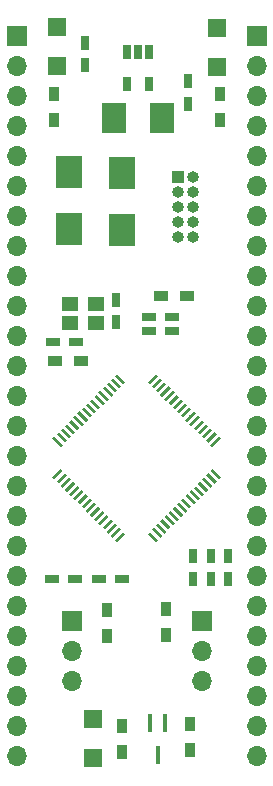
<source format=gbr>
G04 #@! TF.GenerationSoftware,KiCad,Pcbnew,5.0.2-bee76a0~70~ubuntu18.04.1*
G04 #@! TF.CreationDate,2019-01-02T21:11:22-05:00*
G04 #@! TF.ProjectId,stm32 prototype,73746d33-3220-4707-926f-746f74797065,rev?*
G04 #@! TF.SameCoordinates,Original*
G04 #@! TF.FileFunction,Soldermask,Top*
G04 #@! TF.FilePolarity,Negative*
%FSLAX46Y46*%
G04 Gerber Fmt 4.6, Leading zero omitted, Abs format (unit mm)*
G04 Created by KiCad (PCBNEW 5.0.2-bee76a0~70~ubuntu18.04.1) date Wed 02 Jan 2019 09:11:22 PM EST*
%MOMM*%
%LPD*%
G01*
G04 APERTURE LIST*
%ADD10O,1.700000X1.700000*%
%ADD11R,1.700000X1.700000*%
%ADD12C,0.250000*%
%ADD13C,0.100000*%
%ADD14R,1.500000X1.500000*%
%ADD15R,0.740000X1.190000*%
%ADD16R,1.400000X1.150000*%
%ADD17R,0.750000X1.200000*%
%ADD18R,1.200000X0.750000*%
%ADD19R,2.000000X2.500000*%
%ADD20R,0.450000X1.500000*%
%ADD21R,0.900000X1.200000*%
%ADD22R,1.200000X0.900000*%
%ADD23O,1.000000X1.000000*%
%ADD24R,1.000000X1.000000*%
%ADD25R,2.200000X2.800000*%
G04 APERTURE END LIST*
D10*
G04 #@! TO.C,J1*
X182880000Y-106680000D03*
X182880000Y-104140000D03*
X182880000Y-101600000D03*
X182880000Y-99060000D03*
X182880000Y-96520000D03*
X182880000Y-93980000D03*
X182880000Y-91440000D03*
X182880000Y-88900000D03*
X182880000Y-86360000D03*
X182880000Y-83820000D03*
X182880000Y-81280000D03*
X182880000Y-78740000D03*
X182880000Y-76200000D03*
X182880000Y-73660000D03*
X182880000Y-71120000D03*
X182880000Y-68580000D03*
X182880000Y-66040000D03*
X182880000Y-63500000D03*
X182880000Y-60960000D03*
X182880000Y-58420000D03*
X182880000Y-55880000D03*
X182880000Y-53340000D03*
X182880000Y-50800000D03*
X182880000Y-48260000D03*
D11*
X182880000Y-45720000D03*
G04 #@! TD*
G04 #@! TO.C,J1*
X182880000Y-45720000D03*
D10*
X182880000Y-48260000D03*
X182880000Y-50800000D03*
X182880000Y-53340000D03*
X182880000Y-55880000D03*
X182880000Y-58420000D03*
X182880000Y-60960000D03*
X182880000Y-63500000D03*
X182880000Y-66040000D03*
X182880000Y-68580000D03*
X182880000Y-71120000D03*
X182880000Y-73660000D03*
X182880000Y-76200000D03*
X182880000Y-78740000D03*
X182880000Y-81280000D03*
X182880000Y-83820000D03*
X182880000Y-86360000D03*
X182880000Y-88900000D03*
X182880000Y-91440000D03*
X182880000Y-93980000D03*
X182880000Y-96520000D03*
X182880000Y-99060000D03*
X182880000Y-101600000D03*
X182880000Y-104140000D03*
X182880000Y-106680000D03*
G04 #@! TD*
D12*
G04 #@! TO.C,U1*
X174098858Y-74767841D03*
D13*
G36*
X173833693Y-75209783D02*
X173656916Y-75033006D01*
X174364023Y-74325899D01*
X174540800Y-74502676D01*
X173833693Y-75209783D01*
X173833693Y-75209783D01*
G37*
D12*
X174452412Y-75121394D03*
D13*
G36*
X174187247Y-75563336D02*
X174010470Y-75386559D01*
X174717577Y-74679452D01*
X174894354Y-74856229D01*
X174187247Y-75563336D01*
X174187247Y-75563336D01*
G37*
D12*
X174805965Y-75474948D03*
D13*
G36*
X174540800Y-75916890D02*
X174364023Y-75740113D01*
X175071130Y-75033006D01*
X175247907Y-75209783D01*
X174540800Y-75916890D01*
X174540800Y-75916890D01*
G37*
D12*
X175159518Y-75828501D03*
D13*
G36*
X174894353Y-76270443D02*
X174717576Y-76093666D01*
X175424683Y-75386559D01*
X175601460Y-75563336D01*
X174894353Y-76270443D01*
X174894353Y-76270443D01*
G37*
D12*
X175513072Y-76182054D03*
D13*
G36*
X175247907Y-76623996D02*
X175071130Y-76447219D01*
X175778237Y-75740112D01*
X175955014Y-75916889D01*
X175247907Y-76623996D01*
X175247907Y-76623996D01*
G37*
D12*
X175866625Y-76535608D03*
D13*
G36*
X175601460Y-76977550D02*
X175424683Y-76800773D01*
X176131790Y-76093666D01*
X176308567Y-76270443D01*
X175601460Y-76977550D01*
X175601460Y-76977550D01*
G37*
D12*
X176220179Y-76889161D03*
D13*
G36*
X175955014Y-77331103D02*
X175778237Y-77154326D01*
X176485344Y-76447219D01*
X176662121Y-76623996D01*
X175955014Y-77331103D01*
X175955014Y-77331103D01*
G37*
D12*
X176573732Y-77242715D03*
D13*
G36*
X176308567Y-77684657D02*
X176131790Y-77507880D01*
X176838897Y-76800773D01*
X177015674Y-76977550D01*
X176308567Y-77684657D01*
X176308567Y-77684657D01*
G37*
D12*
X176927285Y-77596268D03*
D13*
G36*
X176662120Y-78038210D02*
X176485343Y-77861433D01*
X177192450Y-77154326D01*
X177369227Y-77331103D01*
X176662120Y-78038210D01*
X176662120Y-78038210D01*
G37*
D12*
X177280839Y-77949821D03*
D13*
G36*
X177015674Y-78391763D02*
X176838897Y-78214986D01*
X177546004Y-77507879D01*
X177722781Y-77684656D01*
X177015674Y-78391763D01*
X177015674Y-78391763D01*
G37*
D12*
X177634392Y-78303375D03*
D13*
G36*
X177369227Y-78745317D02*
X177192450Y-78568540D01*
X177899557Y-77861433D01*
X178076334Y-78038210D01*
X177369227Y-78745317D01*
X177369227Y-78745317D01*
G37*
D12*
X177987946Y-78656928D03*
D13*
G36*
X177722781Y-79098870D02*
X177546004Y-78922093D01*
X178253111Y-78214986D01*
X178429888Y-78391763D01*
X177722781Y-79098870D01*
X177722781Y-79098870D01*
G37*
D12*
X178341499Y-79010482D03*
D13*
G36*
X178076334Y-79452424D02*
X177899557Y-79275647D01*
X178606664Y-78568540D01*
X178783441Y-78745317D01*
X178076334Y-79452424D01*
X178076334Y-79452424D01*
G37*
D12*
X178695052Y-79364035D03*
D13*
G36*
X178429887Y-79805977D02*
X178253110Y-79629200D01*
X178960217Y-78922093D01*
X179136994Y-79098870D01*
X178429887Y-79805977D01*
X178429887Y-79805977D01*
G37*
D12*
X179048606Y-79717588D03*
D13*
G36*
X178783441Y-80159530D02*
X178606664Y-79982753D01*
X179313771Y-79275646D01*
X179490548Y-79452423D01*
X178783441Y-80159530D01*
X178783441Y-80159530D01*
G37*
D12*
X179402159Y-80071142D03*
D13*
G36*
X179136994Y-80513084D02*
X178960217Y-80336307D01*
X179667324Y-79629200D01*
X179844101Y-79805977D01*
X179136994Y-80513084D01*
X179136994Y-80513084D01*
G37*
D12*
X179402159Y-82828858D03*
D13*
G36*
X178960217Y-82563693D02*
X179136994Y-82386916D01*
X179844101Y-83094023D01*
X179667324Y-83270800D01*
X178960217Y-82563693D01*
X178960217Y-82563693D01*
G37*
D12*
X179048606Y-83182412D03*
D13*
G36*
X178606664Y-82917247D02*
X178783441Y-82740470D01*
X179490548Y-83447577D01*
X179313771Y-83624354D01*
X178606664Y-82917247D01*
X178606664Y-82917247D01*
G37*
D12*
X178695052Y-83535965D03*
D13*
G36*
X178253110Y-83270800D02*
X178429887Y-83094023D01*
X179136994Y-83801130D01*
X178960217Y-83977907D01*
X178253110Y-83270800D01*
X178253110Y-83270800D01*
G37*
D12*
X178341499Y-83889518D03*
D13*
G36*
X177899557Y-83624353D02*
X178076334Y-83447576D01*
X178783441Y-84154683D01*
X178606664Y-84331460D01*
X177899557Y-83624353D01*
X177899557Y-83624353D01*
G37*
D12*
X177987946Y-84243072D03*
D13*
G36*
X177546004Y-83977907D02*
X177722781Y-83801130D01*
X178429888Y-84508237D01*
X178253111Y-84685014D01*
X177546004Y-83977907D01*
X177546004Y-83977907D01*
G37*
D12*
X177634392Y-84596625D03*
D13*
G36*
X177192450Y-84331460D02*
X177369227Y-84154683D01*
X178076334Y-84861790D01*
X177899557Y-85038567D01*
X177192450Y-84331460D01*
X177192450Y-84331460D01*
G37*
D12*
X177280839Y-84950179D03*
D13*
G36*
X176838897Y-84685014D02*
X177015674Y-84508237D01*
X177722781Y-85215344D01*
X177546004Y-85392121D01*
X176838897Y-84685014D01*
X176838897Y-84685014D01*
G37*
D12*
X176927285Y-85303732D03*
D13*
G36*
X176485343Y-85038567D02*
X176662120Y-84861790D01*
X177369227Y-85568897D01*
X177192450Y-85745674D01*
X176485343Y-85038567D01*
X176485343Y-85038567D01*
G37*
D12*
X176573732Y-85657285D03*
D13*
G36*
X176131790Y-85392120D02*
X176308567Y-85215343D01*
X177015674Y-85922450D01*
X176838897Y-86099227D01*
X176131790Y-85392120D01*
X176131790Y-85392120D01*
G37*
D12*
X176220179Y-86010839D03*
D13*
G36*
X175778237Y-85745674D02*
X175955014Y-85568897D01*
X176662121Y-86276004D01*
X176485344Y-86452781D01*
X175778237Y-85745674D01*
X175778237Y-85745674D01*
G37*
D12*
X175866625Y-86364392D03*
D13*
G36*
X175424683Y-86099227D02*
X175601460Y-85922450D01*
X176308567Y-86629557D01*
X176131790Y-86806334D01*
X175424683Y-86099227D01*
X175424683Y-86099227D01*
G37*
D12*
X175513072Y-86717946D03*
D13*
G36*
X175071130Y-86452781D02*
X175247907Y-86276004D01*
X175955014Y-86983111D01*
X175778237Y-87159888D01*
X175071130Y-86452781D01*
X175071130Y-86452781D01*
G37*
D12*
X175159518Y-87071499D03*
D13*
G36*
X174717576Y-86806334D02*
X174894353Y-86629557D01*
X175601460Y-87336664D01*
X175424683Y-87513441D01*
X174717576Y-86806334D01*
X174717576Y-86806334D01*
G37*
D12*
X174805965Y-87425052D03*
D13*
G36*
X174364023Y-87159887D02*
X174540800Y-86983110D01*
X175247907Y-87690217D01*
X175071130Y-87866994D01*
X174364023Y-87159887D01*
X174364023Y-87159887D01*
G37*
D12*
X174452412Y-87778606D03*
D13*
G36*
X174010470Y-87513441D02*
X174187247Y-87336664D01*
X174894354Y-88043771D01*
X174717577Y-88220548D01*
X174010470Y-87513441D01*
X174010470Y-87513441D01*
G37*
D12*
X174098858Y-88132159D03*
D13*
G36*
X173656916Y-87866994D02*
X173833693Y-87690217D01*
X174540800Y-88397324D01*
X174364023Y-88574101D01*
X173656916Y-87866994D01*
X173656916Y-87866994D01*
G37*
D12*
X171341142Y-88132159D03*
D13*
G36*
X171075977Y-88574101D02*
X170899200Y-88397324D01*
X171606307Y-87690217D01*
X171783084Y-87866994D01*
X171075977Y-88574101D01*
X171075977Y-88574101D01*
G37*
D12*
X170987588Y-87778606D03*
D13*
G36*
X170722423Y-88220548D02*
X170545646Y-88043771D01*
X171252753Y-87336664D01*
X171429530Y-87513441D01*
X170722423Y-88220548D01*
X170722423Y-88220548D01*
G37*
D12*
X170634035Y-87425052D03*
D13*
G36*
X170368870Y-87866994D02*
X170192093Y-87690217D01*
X170899200Y-86983110D01*
X171075977Y-87159887D01*
X170368870Y-87866994D01*
X170368870Y-87866994D01*
G37*
D12*
X170280482Y-87071499D03*
D13*
G36*
X170015317Y-87513441D02*
X169838540Y-87336664D01*
X170545647Y-86629557D01*
X170722424Y-86806334D01*
X170015317Y-87513441D01*
X170015317Y-87513441D01*
G37*
D12*
X169926928Y-86717946D03*
D13*
G36*
X169661763Y-87159888D02*
X169484986Y-86983111D01*
X170192093Y-86276004D01*
X170368870Y-86452781D01*
X169661763Y-87159888D01*
X169661763Y-87159888D01*
G37*
D12*
X169573375Y-86364392D03*
D13*
G36*
X169308210Y-86806334D02*
X169131433Y-86629557D01*
X169838540Y-85922450D01*
X170015317Y-86099227D01*
X169308210Y-86806334D01*
X169308210Y-86806334D01*
G37*
D12*
X169219821Y-86010839D03*
D13*
G36*
X168954656Y-86452781D02*
X168777879Y-86276004D01*
X169484986Y-85568897D01*
X169661763Y-85745674D01*
X168954656Y-86452781D01*
X168954656Y-86452781D01*
G37*
D12*
X168866268Y-85657285D03*
D13*
G36*
X168601103Y-86099227D02*
X168424326Y-85922450D01*
X169131433Y-85215343D01*
X169308210Y-85392120D01*
X168601103Y-86099227D01*
X168601103Y-86099227D01*
G37*
D12*
X168512715Y-85303732D03*
D13*
G36*
X168247550Y-85745674D02*
X168070773Y-85568897D01*
X168777880Y-84861790D01*
X168954657Y-85038567D01*
X168247550Y-85745674D01*
X168247550Y-85745674D01*
G37*
D12*
X168159161Y-84950179D03*
D13*
G36*
X167893996Y-85392121D02*
X167717219Y-85215344D01*
X168424326Y-84508237D01*
X168601103Y-84685014D01*
X167893996Y-85392121D01*
X167893996Y-85392121D01*
G37*
D12*
X167805608Y-84596625D03*
D13*
G36*
X167540443Y-85038567D02*
X167363666Y-84861790D01*
X168070773Y-84154683D01*
X168247550Y-84331460D01*
X167540443Y-85038567D01*
X167540443Y-85038567D01*
G37*
D12*
X167452054Y-84243072D03*
D13*
G36*
X167186889Y-84685014D02*
X167010112Y-84508237D01*
X167717219Y-83801130D01*
X167893996Y-83977907D01*
X167186889Y-84685014D01*
X167186889Y-84685014D01*
G37*
D12*
X167098501Y-83889518D03*
D13*
G36*
X166833336Y-84331460D02*
X166656559Y-84154683D01*
X167363666Y-83447576D01*
X167540443Y-83624353D01*
X166833336Y-84331460D01*
X166833336Y-84331460D01*
G37*
D12*
X166744948Y-83535965D03*
D13*
G36*
X166479783Y-83977907D02*
X166303006Y-83801130D01*
X167010113Y-83094023D01*
X167186890Y-83270800D01*
X166479783Y-83977907D01*
X166479783Y-83977907D01*
G37*
D12*
X166391394Y-83182412D03*
D13*
G36*
X166126229Y-83624354D02*
X165949452Y-83447577D01*
X166656559Y-82740470D01*
X166833336Y-82917247D01*
X166126229Y-83624354D01*
X166126229Y-83624354D01*
G37*
D12*
X166037841Y-82828858D03*
D13*
G36*
X165772676Y-83270800D02*
X165595899Y-83094023D01*
X166303006Y-82386916D01*
X166479783Y-82563693D01*
X165772676Y-83270800D01*
X165772676Y-83270800D01*
G37*
D12*
X166037841Y-80071142D03*
D13*
G36*
X165595899Y-79805977D02*
X165772676Y-79629200D01*
X166479783Y-80336307D01*
X166303006Y-80513084D01*
X165595899Y-79805977D01*
X165595899Y-79805977D01*
G37*
D12*
X166391394Y-79717588D03*
D13*
G36*
X165949452Y-79452423D02*
X166126229Y-79275646D01*
X166833336Y-79982753D01*
X166656559Y-80159530D01*
X165949452Y-79452423D01*
X165949452Y-79452423D01*
G37*
D12*
X166744948Y-79364035D03*
D13*
G36*
X166303006Y-79098870D02*
X166479783Y-78922093D01*
X167186890Y-79629200D01*
X167010113Y-79805977D01*
X166303006Y-79098870D01*
X166303006Y-79098870D01*
G37*
D12*
X167098501Y-79010482D03*
D13*
G36*
X166656559Y-78745317D02*
X166833336Y-78568540D01*
X167540443Y-79275647D01*
X167363666Y-79452424D01*
X166656559Y-78745317D01*
X166656559Y-78745317D01*
G37*
D12*
X167452054Y-78656928D03*
D13*
G36*
X167010112Y-78391763D02*
X167186889Y-78214986D01*
X167893996Y-78922093D01*
X167717219Y-79098870D01*
X167010112Y-78391763D01*
X167010112Y-78391763D01*
G37*
D12*
X167805608Y-78303375D03*
D13*
G36*
X167363666Y-78038210D02*
X167540443Y-77861433D01*
X168247550Y-78568540D01*
X168070773Y-78745317D01*
X167363666Y-78038210D01*
X167363666Y-78038210D01*
G37*
D12*
X168159161Y-77949821D03*
D13*
G36*
X167717219Y-77684656D02*
X167893996Y-77507879D01*
X168601103Y-78214986D01*
X168424326Y-78391763D01*
X167717219Y-77684656D01*
X167717219Y-77684656D01*
G37*
D12*
X168512715Y-77596268D03*
D13*
G36*
X168070773Y-77331103D02*
X168247550Y-77154326D01*
X168954657Y-77861433D01*
X168777880Y-78038210D01*
X168070773Y-77331103D01*
X168070773Y-77331103D01*
G37*
D12*
X168866268Y-77242715D03*
D13*
G36*
X168424326Y-76977550D02*
X168601103Y-76800773D01*
X169308210Y-77507880D01*
X169131433Y-77684657D01*
X168424326Y-76977550D01*
X168424326Y-76977550D01*
G37*
D12*
X169219821Y-76889161D03*
D13*
G36*
X168777879Y-76623996D02*
X168954656Y-76447219D01*
X169661763Y-77154326D01*
X169484986Y-77331103D01*
X168777879Y-76623996D01*
X168777879Y-76623996D01*
G37*
D12*
X169573375Y-76535608D03*
D13*
G36*
X169131433Y-76270443D02*
X169308210Y-76093666D01*
X170015317Y-76800773D01*
X169838540Y-76977550D01*
X169131433Y-76270443D01*
X169131433Y-76270443D01*
G37*
D12*
X169926928Y-76182054D03*
D13*
G36*
X169484986Y-75916889D02*
X169661763Y-75740112D01*
X170368870Y-76447219D01*
X170192093Y-76623996D01*
X169484986Y-75916889D01*
X169484986Y-75916889D01*
G37*
D12*
X170280482Y-75828501D03*
D13*
G36*
X169838540Y-75563336D02*
X170015317Y-75386559D01*
X170722424Y-76093666D01*
X170545647Y-76270443D01*
X169838540Y-75563336D01*
X169838540Y-75563336D01*
G37*
D12*
X170634035Y-75474948D03*
D13*
G36*
X170192093Y-75209783D02*
X170368870Y-75033006D01*
X171075977Y-75740113D01*
X170899200Y-75916890D01*
X170192093Y-75209783D01*
X170192093Y-75209783D01*
G37*
D12*
X170987588Y-75121394D03*
D13*
G36*
X170545646Y-74856229D02*
X170722423Y-74679452D01*
X171429530Y-75386559D01*
X171252753Y-75563336D01*
X170545646Y-74856229D01*
X170545646Y-74856229D01*
G37*
D12*
X171341142Y-74767841D03*
D13*
G36*
X170899200Y-74502676D02*
X171075977Y-74325899D01*
X171783084Y-75033006D01*
X171606307Y-75209783D01*
X170899200Y-74502676D01*
X170899200Y-74502676D01*
G37*
G04 #@! TD*
D14*
G04 #@! TO.C,D4*
X169000000Y-103600000D03*
X169000000Y-106900000D03*
G04 #@! TD*
G04 #@! TO.C,3v3*
X166000000Y-45000000D03*
X166000000Y-48300000D03*
G04 #@! TD*
G04 #@! TO.C,5v*
X179500000Y-48400000D03*
X179500000Y-45100000D03*
G04 #@! TD*
D15*
G04 #@! TO.C,U7*
X173802813Y-49769416D03*
X171902813Y-49769416D03*
X171902813Y-47069416D03*
X172852813Y-47069416D03*
X173802813Y-47069416D03*
G04 #@! TD*
D10*
G04 #@! TO.C,J10*
X167250000Y-100330000D03*
X167250000Y-97790000D03*
D11*
X167250000Y-95250000D03*
G04 #@! TD*
D16*
G04 #@! TO.C,Y2*
X167050000Y-68400000D03*
X169250000Y-68400000D03*
X169250000Y-70000000D03*
X167050000Y-70000000D03*
G04 #@! TD*
D10*
G04 #@! TO.C,J1*
X182880000Y-106680000D03*
X182880000Y-104140000D03*
X182880000Y-101600000D03*
X182880000Y-99060000D03*
X182880000Y-96520000D03*
X182880000Y-93980000D03*
X182880000Y-91440000D03*
X182880000Y-88900000D03*
X182880000Y-86360000D03*
X182880000Y-83820000D03*
X182880000Y-81280000D03*
X182880000Y-78740000D03*
X182880000Y-76200000D03*
X182880000Y-73660000D03*
X182880000Y-71120000D03*
X182880000Y-68580000D03*
X182880000Y-66040000D03*
X182880000Y-63500000D03*
X182880000Y-60960000D03*
X182880000Y-58420000D03*
X182880000Y-55880000D03*
X182880000Y-53340000D03*
X182880000Y-50800000D03*
X182880000Y-48260000D03*
D11*
X182880000Y-45720000D03*
G04 #@! TD*
G04 #@! TO.C,J8*
X162560000Y-45720000D03*
D10*
X162560000Y-48260000D03*
X162560000Y-50800000D03*
X162560000Y-53340000D03*
X162560000Y-55880000D03*
X162560000Y-58420000D03*
X162560000Y-60960000D03*
X162560000Y-63500000D03*
X162560000Y-66040000D03*
X162560000Y-68580000D03*
X162560000Y-71120000D03*
X162560000Y-73660000D03*
X162560000Y-76200000D03*
X162560000Y-78740000D03*
X162560000Y-81280000D03*
X162560000Y-83820000D03*
X162560000Y-86360000D03*
X162560000Y-88900000D03*
X162560000Y-91440000D03*
X162560000Y-93980000D03*
X162560000Y-96520000D03*
X162560000Y-99060000D03*
X162560000Y-101600000D03*
X162560000Y-104140000D03*
X162560000Y-106680000D03*
G04 #@! TD*
G04 #@! TO.C,J9*
X178250000Y-100330000D03*
X178250000Y-97790000D03*
D11*
X178250000Y-95250000D03*
G04 #@! TD*
D17*
G04 #@! TO.C,C1*
X179000000Y-89800000D03*
X179000000Y-91700000D03*
G04 #@! TD*
D18*
G04 #@! TO.C,C13*
X167500000Y-91750000D03*
X165600000Y-91750000D03*
G04 #@! TD*
D17*
G04 #@! TO.C,C14*
X177500000Y-91700000D03*
X177500000Y-89800000D03*
G04 #@! TD*
G04 #@! TO.C,C15*
X171000000Y-68050000D03*
X171000000Y-69950000D03*
G04 #@! TD*
D18*
G04 #@! TO.C,C17*
X165670000Y-71675000D03*
X167570000Y-71675000D03*
G04 #@! TD*
G04 #@! TO.C,C18*
X173800000Y-69500000D03*
X175700000Y-69500000D03*
G04 #@! TD*
G04 #@! TO.C,C21*
X171450000Y-91750000D03*
X169550000Y-91750000D03*
G04 #@! TD*
D17*
G04 #@! TO.C,C22*
X180500000Y-91700000D03*
X180500000Y-89800000D03*
G04 #@! TD*
D18*
G04 #@! TO.C,C23*
X175700000Y-70750000D03*
X173800000Y-70750000D03*
G04 #@! TD*
D17*
G04 #@! TO.C,C42*
X177115000Y-49585000D03*
X177115000Y-51485000D03*
G04 #@! TD*
G04 #@! TO.C,C43*
X168363000Y-46293000D03*
X168363000Y-48193000D03*
G04 #@! TD*
D19*
G04 #@! TO.C,L3*
X174852813Y-52669416D03*
X170852813Y-52669416D03*
G04 #@! TD*
D20*
G04 #@! TO.C,Q1*
X174500000Y-106580000D03*
X173850000Y-103920000D03*
X175150000Y-103920000D03*
G04 #@! TD*
D21*
G04 #@! TO.C,R1*
X177250000Y-106200000D03*
X177250000Y-104000000D03*
G04 #@! TD*
G04 #@! TO.C,R2*
X171500000Y-104150000D03*
X171500000Y-106350000D03*
G04 #@! TD*
D22*
G04 #@! TO.C,R5*
X177000000Y-67750000D03*
X174800000Y-67750000D03*
G04 #@! TD*
D21*
G04 #@! TO.C,R6*
X175250000Y-96450000D03*
X175250000Y-94250000D03*
G04 #@! TD*
D22*
G04 #@! TO.C,R7*
X165800000Y-73250000D03*
X168000000Y-73250000D03*
G04 #@! TD*
D21*
G04 #@! TO.C,R8*
X170250000Y-94300000D03*
X170250000Y-96500000D03*
G04 #@! TD*
G04 #@! TO.C,R50*
X165750000Y-52850000D03*
X165750000Y-50650000D03*
G04 #@! TD*
G04 #@! TO.C,R51*
X179750000Y-50650000D03*
X179750000Y-52850000D03*
G04 #@! TD*
D23*
G04 #@! TO.C,SWD*
X177500000Y-62750000D03*
X176230000Y-62750000D03*
X177500000Y-61480000D03*
X176230000Y-61480000D03*
X177500000Y-60210000D03*
X176230000Y-60210000D03*
X177500000Y-58940000D03*
X176230000Y-58940000D03*
X177500000Y-57670000D03*
D24*
X176230000Y-57670000D03*
G04 #@! TD*
D25*
G04 #@! TO.C,RESET*
X171500000Y-62150000D03*
X171500000Y-57350000D03*
G04 #@! TD*
G04 #@! TO.C,PC13*
X167000000Y-62050000D03*
X167000000Y-57250000D03*
G04 #@! TD*
M02*

</source>
